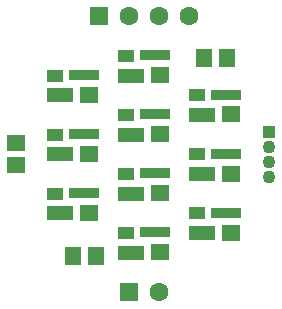
<source format=gts>
G04*
G04 #@! TF.GenerationSoftware,Altium Limited,Altium Designer,22.0.2 (36)*
G04*
G04 Layer_Color=8388736*
%FSLAX25Y25*%
%MOIN*%
G70*
G04*
G04 #@! TF.SameCoordinates,4D75FC96-39BE-4DEA-B64F-09A75C684B67*
G04*
G04*
G04 #@! TF.FilePolarity,Negative*
G04*
G01*
G75*
%ADD18R,0.06306X0.05518*%
%ADD19R,0.05518X0.06306*%
%ADD20R,0.09849X0.03550*%
%ADD21R,0.09061X0.05124*%
%ADD22R,0.06306X0.05518*%
%ADD23R,0.05518X0.03943*%
%ADD24C,0.06306*%
%ADD25R,0.06306X0.06306*%
%ADD26C,0.04337*%
%ADD27R,0.04337X0.04337*%
D18*
X-42500Y3740D02*
D03*
Y-3740D02*
D03*
D19*
X-23425Y-33823D02*
D03*
X-15945D02*
D03*
X20260Y32000D02*
D03*
X27740D02*
D03*
D20*
X3681Y-26102D02*
D03*
X27303Y-19551D02*
D03*
X-19941Y-12988D02*
D03*
X3681Y-6425D02*
D03*
X27303Y138D02*
D03*
X-19941Y6701D02*
D03*
X3681Y13264D02*
D03*
X27303Y19827D02*
D03*
X-19941Y26390D02*
D03*
X3681Y32953D02*
D03*
D21*
X-4169Y-32890D02*
D03*
X19453Y-26339D02*
D03*
X-27791Y-19776D02*
D03*
X-4169Y-13213D02*
D03*
X19453Y-6650D02*
D03*
X-27791Y-87D02*
D03*
X-4169Y6476D02*
D03*
X19453Y13039D02*
D03*
X-27791Y19602D02*
D03*
X-4169Y26165D02*
D03*
D22*
X5453Y-32693D02*
D03*
X29075Y-26142D02*
D03*
X-18169Y-19579D02*
D03*
X5453Y-13016D02*
D03*
X29075Y-6453D02*
D03*
X-18169Y110D02*
D03*
X5453Y6673D02*
D03*
X29075Y13236D02*
D03*
X-18169Y19799D02*
D03*
X5453Y26362D02*
D03*
D23*
X17681Y-19748D02*
D03*
X-29563Y-13185D02*
D03*
X-5941Y-6622D02*
D03*
X17681Y-59D02*
D03*
X-29563Y6504D02*
D03*
X-5941Y13067D02*
D03*
X17681Y19630D02*
D03*
X-29563Y26193D02*
D03*
X-5941Y32756D02*
D03*
Y-26299D02*
D03*
D24*
X5000Y-46000D02*
D03*
X15000Y46000D02*
D03*
X5000D02*
D03*
X-5000D02*
D03*
D25*
Y-46000D02*
D03*
X-15000Y46000D02*
D03*
D26*
X41866Y2500D02*
D03*
Y-2500D02*
D03*
Y-7500D02*
D03*
D27*
Y7500D02*
D03*
M02*

</source>
